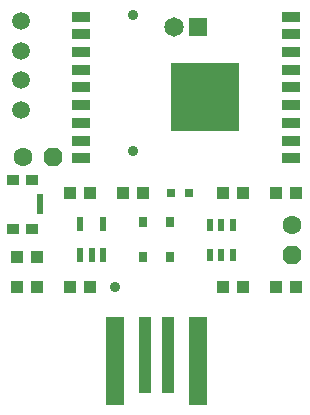
<source format=gtp>
G04 EAGLE Gerber X2 export*
G75*
%MOMM*%
%FSLAX34Y34*%
%LPD*%
%AMOC8*
5,1,8,0,0,1.08239X$1,22.5*%
G01*
%ADD10R,1.100000X1.000000*%
%ADD11R,0.600000X1.100000*%
%ADD12C,1.500000*%
%ADD13R,0.650000X0.850000*%
%ADD14R,0.550000X1.200000*%
%ADD15C,1.650000*%
%ADD16R,1.650000X1.650000*%
%ADD17R,0.550000X1.700000*%
%ADD18R,1.000000X0.900000*%
%ADD19R,1.000000X1.100000*%
%ADD20R,1.500000X7.500000*%
%ADD21R,1.000000X6.500000*%
%ADD22R,1.485000X0.900000*%
%ADD23R,5.715000X5.715000*%
%ADD24P,1.732040X8X202.500000*%
%ADD25C,1.600200*%
%ADD26R,0.800000X0.800000*%
%ADD27P,1.732040X8X112.500000*%
%ADD28C,0.900000*%


D10*
X203500Y110000D03*
X186500Y110000D03*
X73500Y110000D03*
X56500Y110000D03*
X73500Y190000D03*
X56500Y190000D03*
D11*
X194500Y162500D03*
X185000Y162500D03*
X175500Y162500D03*
X175500Y137500D03*
X185000Y137500D03*
X194500Y137500D03*
D12*
X15000Y335000D03*
D13*
X118750Y135000D03*
X141250Y135000D03*
X118750Y165000D03*
X141250Y165000D03*
D12*
X15000Y310000D03*
X15000Y285000D03*
D14*
X65500Y137000D03*
X75000Y137000D03*
X84500Y137000D03*
X84500Y163000D03*
X65500Y163000D03*
D15*
X145000Y330000D03*
D16*
X165000Y330000D03*
D17*
X31000Y180000D03*
D18*
X24750Y200500D03*
X8750Y200500D03*
X24750Y159500D03*
X8750Y159500D03*
D19*
X101500Y190000D03*
X118500Y190000D03*
X186500Y190000D03*
X203500Y190000D03*
X231500Y110000D03*
X248500Y110000D03*
X28500Y110000D03*
X11500Y110000D03*
X28500Y135000D03*
X11500Y135000D03*
D20*
X165000Y47500D03*
D21*
X140000Y52500D03*
D20*
X95000Y47500D03*
D21*
X120000Y52500D03*
D12*
X15000Y260000D03*
D22*
X66075Y339000D03*
X66075Y324000D03*
X66075Y309000D03*
X66075Y294000D03*
X66075Y279000D03*
X66075Y264000D03*
X66075Y249000D03*
X66075Y234000D03*
X66075Y219000D03*
X243925Y219000D03*
X243925Y234000D03*
X243925Y249000D03*
X243925Y264000D03*
X243925Y279000D03*
X243925Y294000D03*
X243925Y309000D03*
X243925Y324000D03*
X243925Y339000D03*
D23*
X170875Y270950D03*
D24*
X42700Y220000D03*
D25*
X17300Y220000D03*
D26*
X157500Y190000D03*
X142500Y190000D03*
D27*
X245000Y137300D03*
D25*
X245000Y162700D03*
D19*
X248500Y190000D03*
X231500Y190000D03*
D28*
X95000Y110000D03*
X110000Y225000D03*
X110000Y340000D03*
M02*

</source>
